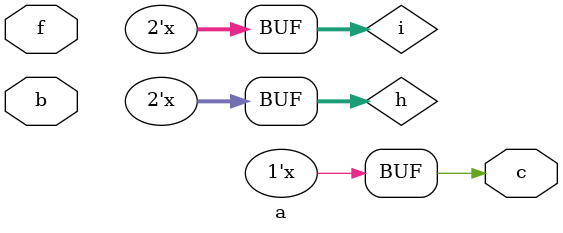
<source format=v>
module a(
    input f,
    input [1:0] b,
    output reg c
);
    reg [1:0] g, h, i, j;
    wire k, e;

    always @(*) begin
        begin
            c = h;
        end

        case (b)
            'd1: begin
                h = i;
            end
        endcase
    end

    always @(f) begin
        case (g << j >> h)
            32'd3: begin
                case (b << j)
                    'd1: begin
                        h = 0;
                        j = f ? (^k) : 0;
                    end
                    'd2: begin
                        i = j;
                    end
                endcase
            end

            default: begin
                h = e || b;
            end
        endcase
    end
endmodule
</source>
